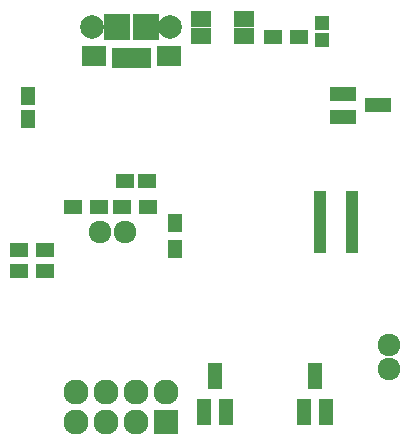
<source format=gbs>
G04 #@! TF.FileFunction,Soldermask,Bot*
%FSLAX46Y46*%
G04 Gerber Fmt 4.6, Leading zero omitted, Abs format (unit mm)*
G04 Created by KiCad (PCBNEW 4.0.1-stable) date Thursday, January 07, 2016 'PMt' 01:11:05 PM*
%MOMM*%
G01*
G04 APERTURE LIST*
%ADD10C,0.100000*%
%ADD11R,1.060000X0.630000*%
%ADD12R,1.060000X0.750000*%
%ADD13R,2.127200X2.127200*%
%ADD14O,2.127200X2.127200*%
%ADD15R,1.300000X1.600000*%
%ADD16R,1.600000X1.300000*%
%ADD17R,1.600000X1.150000*%
%ADD18R,1.200100X2.200860*%
%ADD19R,1.800000X1.450000*%
%ADD20R,1.197560X1.197560*%
%ADD21R,2.000000X1.800000*%
%ADD22R,0.800000X1.750000*%
%ADD23R,2.300000X2.300000*%
%ADD24C,2.000000*%
%ADD25C,1.924000*%
%ADD26R,2.200860X1.200100*%
%ADD27R,1.150000X1.600000*%
G04 APERTURE END LIST*
D10*
D11*
X161005000Y-106200000D03*
X158295000Y-106200000D03*
X161005000Y-109800000D03*
X158295000Y-109800000D03*
D12*
X161005000Y-105725000D03*
X158295000Y-105725000D03*
X161005000Y-110275000D03*
X158295000Y-110275000D03*
D11*
X158295000Y-109400000D03*
X161005000Y-109400000D03*
X158295000Y-109000000D03*
X161005000Y-109000000D03*
X158295000Y-108600000D03*
X161005000Y-108600000D03*
X158295000Y-108200000D03*
X161005000Y-108200000D03*
X158295000Y-107800000D03*
X161005000Y-107800000D03*
X158295000Y-107400000D03*
X161005000Y-107400000D03*
X158295000Y-107000000D03*
X161005000Y-107000000D03*
X158295000Y-106600000D03*
X161005000Y-106600000D03*
D13*
X145200000Y-124900000D03*
D14*
X145200000Y-122360000D03*
X142660000Y-124900000D03*
X142660000Y-122360000D03*
X140120000Y-124900000D03*
X140120000Y-122360000D03*
X137580000Y-124900000D03*
X137580000Y-122360000D03*
D15*
X146000000Y-110250000D03*
X146000000Y-108050000D03*
D16*
X143700000Y-106700000D03*
X141500000Y-106700000D03*
X139550000Y-106700000D03*
X137350000Y-106700000D03*
D17*
X141750000Y-104520000D03*
X143650000Y-104520000D03*
D18*
X150330000Y-124060000D03*
X148430000Y-124060000D03*
X149380000Y-121057720D03*
X158780000Y-124042280D03*
X156880000Y-124042280D03*
X157830000Y-121040000D03*
D19*
X151790000Y-92260000D03*
X148190000Y-92260000D03*
X151790000Y-90810000D03*
X148190000Y-90810000D03*
D20*
X158450000Y-91100000D03*
X158450000Y-92598600D03*
D21*
X139100000Y-93900000D03*
X145500000Y-93900000D03*
D22*
X141000000Y-94125000D03*
X141650000Y-94125000D03*
X142300000Y-94125000D03*
X142950000Y-94125000D03*
X143600000Y-94125000D03*
D23*
X141100000Y-91450000D03*
X143500000Y-91450000D03*
D24*
X139000000Y-91450000D03*
X145600000Y-91450000D03*
D25*
X164100000Y-120450000D03*
X164100000Y-118400000D03*
D16*
X132800000Y-110350000D03*
X135000000Y-110350000D03*
X132800000Y-112150000D03*
X135000000Y-112150000D03*
X156514800Y-92354400D03*
X154314800Y-92354400D03*
D26*
X160200000Y-99050000D03*
X160200000Y-97150000D03*
X163202280Y-98100000D03*
D25*
X141732000Y-108813600D03*
X139598400Y-108813600D03*
D27*
X133540000Y-97340000D03*
X133540000Y-99240000D03*
M02*

</source>
